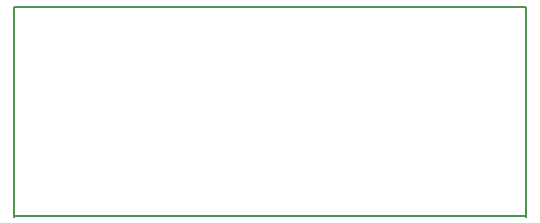
<source format=gbr>
G04 #@! TF.GenerationSoftware,KiCad,Pcbnew,5.0.2+dfsg1-1~bpo9+1*
G04 #@! TF.CreationDate,2021-03-14T19:34:14+00:00*
G04 #@! TF.ProjectId,gameboy_cart_screen,67616d65-626f-4795-9f63-6172745f7363,rev?*
G04 #@! TF.SameCoordinates,Original*
G04 #@! TF.FileFunction,Profile,NP*
%FSLAX46Y46*%
G04 Gerber Fmt 4.6, Leading zero omitted, Abs format (unit mm)*
G04 Created by KiCad (PCBNEW 5.0.2+dfsg1-1~bpo9+1) date Sun 14 Mar 2021 19:34:14 GMT*
%MOMM*%
%LPD*%
G01*
G04 APERTURE LIST*
%ADD10C,0.200000*%
G04 APERTURE END LIST*
D10*
X129960000Y-81730000D02*
X173290000Y-81730000D01*
X129950000Y-63970000D02*
X129950000Y-81740000D01*
X173280000Y-63970000D02*
X173280000Y-81740000D01*
X129950000Y-63970000D02*
X173280000Y-63970000D01*
M02*

</source>
